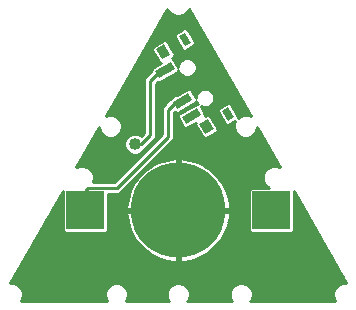
<source format=gbl>
G75*
%MOIN*%
%OFA0B0*%
%FSLAX25Y25*%
%IPPOS*%
%LPD*%
%AMOC8*
5,1,8,0,0,1.08239X$1,22.5*
%
%ADD10C,0.31496*%
%ADD11R,0.12500X0.12500*%
%ADD12R,0.02756X0.05906*%
%ADD13R,0.03937X0.02362*%
%ADD14R,0.03937X0.03150*%
%ADD15C,0.01000*%
%ADD16C,0.04000*%
D10*
X0085161Y0067433D03*
D11*
X0054161Y0067433D03*
X0116161Y0067433D03*
D12*
G36*
X0087756Y0096148D02*
X0086378Y0098534D01*
X0091492Y0101486D01*
X0092870Y0099100D01*
X0087756Y0096148D01*
G37*
G36*
X0084803Y0101262D02*
X0083425Y0103648D01*
X0088539Y0106600D01*
X0089917Y0104214D01*
X0084803Y0101262D01*
G37*
G36*
X0078897Y0111491D02*
X0077519Y0113877D01*
X0082633Y0116829D01*
X0084011Y0114443D01*
X0078897Y0111491D01*
G37*
D13*
G36*
X0087424Y0126640D02*
X0089392Y0123233D01*
X0087348Y0122052D01*
X0085380Y0125459D01*
X0087424Y0126640D01*
G37*
G36*
X0101794Y0101751D02*
X0103762Y0098344D01*
X0101718Y0097163D01*
X0099750Y0100570D01*
X0101794Y0101751D01*
G37*
D14*
G36*
X0094975Y0097814D02*
X0096943Y0094407D01*
X0094217Y0092832D01*
X0092249Y0096239D01*
X0094975Y0097814D01*
G37*
G36*
X0080605Y0122704D02*
X0082573Y0119297D01*
X0079847Y0117722D01*
X0077879Y0121129D01*
X0080605Y0122704D01*
G37*
D15*
X0032883Y0037281D02*
X0032735Y0037133D01*
X0061587Y0037133D01*
X0061440Y0037281D01*
X0060861Y0038677D01*
X0060861Y0040189D01*
X0061440Y0041586D01*
X0062509Y0042655D01*
X0063905Y0043233D01*
X0065417Y0043233D01*
X0066814Y0042655D01*
X0067883Y0041586D01*
X0068461Y0040189D01*
X0068461Y0038677D01*
X0067883Y0037281D01*
X0067735Y0037133D01*
X0082087Y0037133D01*
X0081940Y0037281D01*
X0081361Y0038677D01*
X0081361Y0040189D01*
X0081940Y0041586D01*
X0083009Y0042655D01*
X0084405Y0043233D01*
X0085917Y0043233D01*
X0087314Y0042655D01*
X0088383Y0041586D01*
X0088961Y0040189D01*
X0088961Y0038677D01*
X0088383Y0037281D01*
X0088235Y0037133D01*
X0103087Y0037133D01*
X0102940Y0037281D01*
X0102361Y0038677D01*
X0102361Y0040189D01*
X0102940Y0041586D01*
X0104009Y0042655D01*
X0105405Y0043233D01*
X0106917Y0043233D01*
X0108314Y0042655D01*
X0109383Y0041586D01*
X0109961Y0040189D01*
X0109961Y0038677D01*
X0109383Y0037281D01*
X0109235Y0037133D01*
X0137587Y0037133D01*
X0137440Y0037281D01*
X0136861Y0038677D01*
X0136861Y0040189D01*
X0137440Y0041586D01*
X0138509Y0042655D01*
X0139905Y0043233D01*
X0141223Y0043233D01*
X0123711Y0073739D01*
X0123711Y0060645D01*
X0122950Y0059883D01*
X0109373Y0059883D01*
X0108611Y0060645D01*
X0108611Y0074222D01*
X0109373Y0074983D01*
X0115560Y0074983D01*
X0115009Y0075212D01*
X0113940Y0076281D01*
X0113361Y0077677D01*
X0113361Y0079189D01*
X0113940Y0080586D01*
X0115009Y0081655D01*
X0116405Y0082233D01*
X0117917Y0082233D01*
X0119122Y0081734D01*
X0111461Y0095079D01*
X0111461Y0094677D01*
X0110883Y0093281D01*
X0109814Y0092212D01*
X0108417Y0091633D01*
X0106905Y0091633D01*
X0105509Y0092212D01*
X0104440Y0093281D01*
X0103861Y0094677D01*
X0103861Y0096189D01*
X0104247Y0097121D01*
X0101901Y0095766D01*
X0100861Y0096045D01*
X0098354Y0100387D01*
X0098632Y0101428D01*
X0101611Y0103147D01*
X0102651Y0102868D01*
X0105158Y0098526D01*
X0105077Y0098222D01*
X0105509Y0098655D01*
X0106905Y0099233D01*
X0108417Y0099233D01*
X0109282Y0098875D01*
X0088744Y0134652D01*
X0088383Y0133781D01*
X0087314Y0132712D01*
X0085917Y0132133D01*
X0084405Y0132133D01*
X0083009Y0132712D01*
X0081940Y0133781D01*
X0081606Y0134586D01*
X0061096Y0098898D01*
X0061905Y0099233D01*
X0063417Y0099233D01*
X0064814Y0098655D01*
X0065883Y0097586D01*
X0066461Y0096189D01*
X0066461Y0094677D01*
X0065883Y0093281D01*
X0064814Y0092212D01*
X0063417Y0091633D01*
X0061905Y0091633D01*
X0060509Y0092212D01*
X0059440Y0093281D01*
X0058861Y0094677D01*
X0058861Y0095009D01*
X0051241Y0081751D01*
X0052405Y0082233D01*
X0053917Y0082233D01*
X0055314Y0081655D01*
X0056383Y0080586D01*
X0056961Y0079189D01*
X0056961Y0077677D01*
X0056653Y0076933D01*
X0063833Y0076933D01*
X0079661Y0092761D01*
X0079661Y0101761D01*
X0080833Y0102933D01*
X0080833Y0102933D01*
X0082273Y0104374D01*
X0082308Y0104505D01*
X0082535Y0104636D01*
X0083831Y0105931D01*
X0084779Y0105931D01*
X0088355Y0107996D01*
X0089396Y0107717D01*
X0091042Y0104865D01*
X0091042Y0105430D01*
X0091510Y0106559D01*
X0092374Y0107423D01*
X0093503Y0107890D01*
X0094725Y0107890D01*
X0095854Y0107423D01*
X0096718Y0106559D01*
X0097186Y0105430D01*
X0097186Y0104208D01*
X0096718Y0103079D01*
X0095854Y0102215D01*
X0094725Y0101747D01*
X0093503Y0101747D01*
X0092635Y0102107D01*
X0094265Y0099283D01*
X0094145Y0098837D01*
X0094792Y0099210D01*
X0095832Y0098931D01*
X0098339Y0094589D01*
X0098060Y0093549D01*
X0094400Y0091436D01*
X0093360Y0091714D01*
X0090853Y0096057D01*
X0090972Y0096503D01*
X0087939Y0094752D01*
X0086899Y0095031D01*
X0084982Y0098350D01*
X0085261Y0099390D01*
X0091308Y0102881D01*
X0091853Y0102735D01*
X0091510Y0103079D01*
X0091175Y0103887D01*
X0091033Y0103357D01*
X0084986Y0099866D01*
X0083946Y0100145D01*
X0083857Y0100300D01*
X0083661Y0100105D01*
X0083661Y0091105D01*
X0065490Y0072933D01*
X0061711Y0072933D01*
X0061711Y0060645D01*
X0060950Y0059883D01*
X0047373Y0059883D01*
X0046611Y0060645D01*
X0046611Y0073694D01*
X0029105Y0043233D01*
X0030417Y0043233D01*
X0031814Y0042655D01*
X0032883Y0041586D01*
X0033461Y0040189D01*
X0033461Y0038677D01*
X0032883Y0037281D01*
X0032945Y0037430D02*
X0061378Y0037430D01*
X0060964Y0038429D02*
X0033358Y0038429D01*
X0033461Y0039427D02*
X0060861Y0039427D01*
X0060959Y0040426D02*
X0033363Y0040426D01*
X0032950Y0041424D02*
X0061373Y0041424D01*
X0062277Y0042423D02*
X0032046Y0042423D01*
X0029213Y0043421D02*
X0141115Y0043421D01*
X0140542Y0044420D02*
X0029787Y0044420D01*
X0030361Y0045418D02*
X0139969Y0045418D01*
X0139396Y0046417D02*
X0030934Y0046417D01*
X0031508Y0047415D02*
X0138823Y0047415D01*
X0138249Y0048414D02*
X0032082Y0048414D01*
X0032656Y0049412D02*
X0137676Y0049412D01*
X0137103Y0050411D02*
X0087950Y0050411D01*
X0087415Y0050316D02*
X0088898Y0050578D01*
X0090353Y0050968D01*
X0091768Y0051483D01*
X0093133Y0052119D01*
X0094437Y0052872D01*
X0095671Y0053736D01*
X0096825Y0054704D01*
X0097890Y0055769D01*
X0098858Y0056923D01*
X0099722Y0058157D01*
X0100475Y0059461D01*
X0101112Y0060826D01*
X0101627Y0062242D01*
X0102016Y0063696D01*
X0102278Y0065180D01*
X0102409Y0066680D01*
X0102409Y0066933D01*
X0085661Y0066933D01*
X0085661Y0050185D01*
X0085914Y0050185D01*
X0087415Y0050316D01*
X0085661Y0050411D02*
X0084661Y0050411D01*
X0084661Y0050185D02*
X0084661Y0066933D01*
X0067913Y0066933D01*
X0067913Y0066680D01*
X0068044Y0065180D01*
X0068306Y0063696D01*
X0068696Y0062242D01*
X0069211Y0060826D01*
X0069847Y0059461D01*
X0070601Y0058157D01*
X0071464Y0056923D01*
X0072433Y0055769D01*
X0073498Y0054704D01*
X0074651Y0053736D01*
X0075885Y0052872D01*
X0077189Y0052119D01*
X0078554Y0051483D01*
X0079970Y0050968D01*
X0081425Y0050578D01*
X0082908Y0050316D01*
X0084408Y0050185D01*
X0084661Y0050185D01*
X0084661Y0051409D02*
X0085661Y0051409D01*
X0085661Y0052408D02*
X0084661Y0052408D01*
X0084661Y0053406D02*
X0085661Y0053406D01*
X0085661Y0054405D02*
X0084661Y0054405D01*
X0084661Y0055403D02*
X0085661Y0055403D01*
X0085661Y0056402D02*
X0084661Y0056402D01*
X0084661Y0057400D02*
X0085661Y0057400D01*
X0085661Y0058399D02*
X0084661Y0058399D01*
X0084661Y0059397D02*
X0085661Y0059397D01*
X0085661Y0060396D02*
X0084661Y0060396D01*
X0084661Y0061394D02*
X0085661Y0061394D01*
X0085661Y0062393D02*
X0084661Y0062393D01*
X0084661Y0063391D02*
X0085661Y0063391D01*
X0085661Y0064390D02*
X0084661Y0064390D01*
X0084661Y0065388D02*
X0085661Y0065388D01*
X0085661Y0066387D02*
X0084661Y0066387D01*
X0084661Y0066933D02*
X0085661Y0066933D01*
X0085661Y0067933D01*
X0084661Y0067933D01*
X0084661Y0066933D01*
X0084661Y0067385D02*
X0061711Y0067385D01*
X0061711Y0066387D02*
X0067939Y0066387D01*
X0068026Y0065388D02*
X0061711Y0065388D01*
X0061711Y0064390D02*
X0068184Y0064390D01*
X0068388Y0063391D02*
X0061711Y0063391D01*
X0061711Y0062393D02*
X0068655Y0062393D01*
X0069004Y0061394D02*
X0061711Y0061394D01*
X0061462Y0060396D02*
X0069412Y0060396D01*
X0069884Y0059397D02*
X0038395Y0059397D01*
X0037821Y0058399D02*
X0070461Y0058399D01*
X0071130Y0057400D02*
X0037247Y0057400D01*
X0036673Y0056402D02*
X0071902Y0056402D01*
X0072799Y0055403D02*
X0036099Y0055403D01*
X0035525Y0054405D02*
X0073855Y0054405D01*
X0075123Y0053406D02*
X0034951Y0053406D01*
X0034378Y0052408D02*
X0076690Y0052408D01*
X0078756Y0051409D02*
X0033804Y0051409D01*
X0033230Y0050411D02*
X0082372Y0050411D01*
X0082777Y0042423D02*
X0067046Y0042423D01*
X0067950Y0041424D02*
X0081873Y0041424D01*
X0081459Y0040426D02*
X0068363Y0040426D01*
X0068461Y0039427D02*
X0081361Y0039427D01*
X0081464Y0038429D02*
X0068358Y0038429D01*
X0067945Y0037430D02*
X0081878Y0037430D01*
X0087546Y0042423D02*
X0103777Y0042423D01*
X0102873Y0041424D02*
X0088450Y0041424D01*
X0088863Y0040426D02*
X0102459Y0040426D01*
X0102361Y0039427D02*
X0088961Y0039427D01*
X0088858Y0038429D02*
X0102464Y0038429D01*
X0102878Y0037430D02*
X0088445Y0037430D01*
X0091566Y0051409D02*
X0136530Y0051409D01*
X0135957Y0052408D02*
X0093633Y0052408D01*
X0095200Y0053406D02*
X0135383Y0053406D01*
X0134810Y0054405D02*
X0096468Y0054405D01*
X0097524Y0055403D02*
X0134237Y0055403D01*
X0133664Y0056402D02*
X0098421Y0056402D01*
X0099192Y0057400D02*
X0133091Y0057400D01*
X0132517Y0058399D02*
X0099862Y0058399D01*
X0100438Y0059397D02*
X0131944Y0059397D01*
X0131371Y0060396D02*
X0123462Y0060396D01*
X0123711Y0061394D02*
X0130798Y0061394D01*
X0130225Y0062393D02*
X0123711Y0062393D01*
X0123711Y0063391D02*
X0129652Y0063391D01*
X0129078Y0064390D02*
X0123711Y0064390D01*
X0123711Y0065388D02*
X0128505Y0065388D01*
X0127932Y0066387D02*
X0123711Y0066387D01*
X0123711Y0067385D02*
X0127359Y0067385D01*
X0126786Y0068384D02*
X0123711Y0068384D01*
X0123711Y0069382D02*
X0126212Y0069382D01*
X0125639Y0070381D02*
X0123711Y0070381D01*
X0123711Y0071379D02*
X0125066Y0071379D01*
X0124493Y0072378D02*
X0123711Y0072378D01*
X0123711Y0073377D02*
X0123920Y0073377D01*
X0114847Y0075374D02*
X0100490Y0075374D01*
X0100475Y0075405D02*
X0099722Y0076709D01*
X0098858Y0077943D01*
X0097890Y0079097D01*
X0096825Y0080162D01*
X0095671Y0081130D01*
X0094437Y0081994D01*
X0093133Y0082747D01*
X0091768Y0083383D01*
X0090353Y0083898D01*
X0088898Y0084288D01*
X0087415Y0084550D01*
X0085914Y0084681D01*
X0085661Y0084681D01*
X0085661Y0067933D01*
X0102409Y0067933D01*
X0102409Y0068186D01*
X0102278Y0069687D01*
X0102016Y0071170D01*
X0101627Y0072625D01*
X0101112Y0074040D01*
X0100475Y0075405D01*
X0099917Y0076372D02*
X0113902Y0076372D01*
X0113488Y0077371D02*
X0099259Y0077371D01*
X0098501Y0078369D02*
X0113361Y0078369D01*
X0113435Y0079368D02*
X0097619Y0079368D01*
X0096581Y0080366D02*
X0113849Y0080366D01*
X0114719Y0081365D02*
X0095336Y0081365D01*
X0093798Y0082363D02*
X0118761Y0082363D01*
X0118188Y0083362D02*
X0091815Y0083362D01*
X0088491Y0084360D02*
X0117614Y0084360D01*
X0117041Y0085359D02*
X0077915Y0085359D01*
X0078914Y0086357D02*
X0116468Y0086357D01*
X0115895Y0087356D02*
X0079912Y0087356D01*
X0080911Y0088354D02*
X0115322Y0088354D01*
X0114748Y0089353D02*
X0081909Y0089353D01*
X0082908Y0090351D02*
X0114175Y0090351D01*
X0113602Y0091350D02*
X0083661Y0091350D01*
X0083661Y0092348D02*
X0092994Y0092348D01*
X0092417Y0093347D02*
X0083661Y0093347D01*
X0083661Y0094345D02*
X0091841Y0094345D01*
X0091264Y0095344D02*
X0088964Y0095344D01*
X0090694Y0096342D02*
X0090929Y0096342D01*
X0086718Y0095344D02*
X0083661Y0095344D01*
X0083661Y0096342D02*
X0086142Y0096342D01*
X0085565Y0097341D02*
X0083661Y0097341D01*
X0083661Y0098339D02*
X0084989Y0098339D01*
X0085247Y0099338D02*
X0083661Y0099338D01*
X0085801Y0100336D02*
X0086900Y0100336D01*
X0087530Y0101335D02*
X0088629Y0101335D01*
X0089260Y0102333D02*
X0090359Y0102333D01*
X0090989Y0103332D02*
X0091405Y0103332D01*
X0091042Y0105329D02*
X0090775Y0105329D01*
X0090198Y0106327D02*
X0091414Y0106327D01*
X0092277Y0107326D02*
X0089622Y0107326D01*
X0087195Y0107326D02*
X0077661Y0107326D01*
X0077661Y0108324D02*
X0103858Y0108324D01*
X0104431Y0107326D02*
X0095951Y0107326D01*
X0096814Y0106327D02*
X0105004Y0106327D01*
X0105577Y0105329D02*
X0097186Y0105329D01*
X0097186Y0104330D02*
X0106150Y0104330D01*
X0106724Y0103332D02*
X0096823Y0103332D01*
X0095973Y0102333D02*
X0100201Y0102333D01*
X0098608Y0101335D02*
X0093080Y0101335D01*
X0093657Y0100336D02*
X0098383Y0100336D01*
X0098960Y0099338D02*
X0094233Y0099338D01*
X0096174Y0098339D02*
X0099536Y0098339D01*
X0100113Y0097341D02*
X0096750Y0097341D01*
X0097327Y0096342D02*
X0100689Y0096342D01*
X0097903Y0095344D02*
X0103861Y0095344D01*
X0103925Y0096342D02*
X0102898Y0096342D01*
X0105108Y0098339D02*
X0105193Y0098339D01*
X0104689Y0099338D02*
X0109016Y0099338D01*
X0108443Y0100336D02*
X0104113Y0100336D01*
X0103536Y0101335D02*
X0107870Y0101335D01*
X0107297Y0102333D02*
X0102960Y0102333D01*
X0103284Y0109323D02*
X0077661Y0109323D01*
X0077661Y0109605D02*
X0078348Y0110291D01*
X0079081Y0110095D01*
X0085128Y0113586D01*
X0085270Y0114116D01*
X0085604Y0113307D01*
X0086469Y0112443D01*
X0087597Y0111976D01*
X0088819Y0111976D01*
X0089948Y0112443D01*
X0090812Y0113307D01*
X0091280Y0114436D01*
X0091280Y0115658D01*
X0090812Y0116787D01*
X0089948Y0117651D01*
X0088819Y0118119D01*
X0087597Y0118119D01*
X0086469Y0117651D01*
X0085604Y0116787D01*
X0085137Y0115658D01*
X0085137Y0115094D01*
X0083490Y0117946D01*
X0083044Y0118065D01*
X0083690Y0118439D01*
X0083969Y0119479D01*
X0081462Y0123821D01*
X0080422Y0124100D01*
X0076761Y0121987D01*
X0076483Y0120946D01*
X0078990Y0116604D01*
X0079436Y0116484D01*
X0078874Y0116160D01*
X0078559Y0116160D01*
X0078130Y0115730D01*
X0076403Y0114733D01*
X0076136Y0113736D01*
X0073661Y0111261D01*
X0073661Y0093261D01*
X0072722Y0092322D01*
X0072644Y0092400D01*
X0071357Y0092933D01*
X0069965Y0092933D01*
X0068679Y0092400D01*
X0067694Y0091416D01*
X0067161Y0090129D01*
X0067161Y0088737D01*
X0067694Y0087450D01*
X0068679Y0086466D01*
X0069965Y0085933D01*
X0071357Y0085933D01*
X0072644Y0086466D01*
X0073628Y0087450D01*
X0073714Y0087658D01*
X0077661Y0091605D01*
X0077661Y0109605D01*
X0079473Y0110321D02*
X0102711Y0110321D01*
X0102138Y0111320D02*
X0081203Y0111320D01*
X0082932Y0112318D02*
X0086770Y0112318D01*
X0085601Y0113317D02*
X0084662Y0113317D01*
X0085010Y0115314D02*
X0085137Y0115314D01*
X0085408Y0116312D02*
X0084433Y0116312D01*
X0083857Y0117311D02*
X0086128Y0117311D01*
X0083467Y0118310D02*
X0098126Y0118310D01*
X0097552Y0119308D02*
X0083923Y0119308D01*
X0083491Y0120307D02*
X0096979Y0120307D01*
X0096406Y0121305D02*
X0088655Y0121305D01*
X0087531Y0120656D02*
X0090509Y0122376D01*
X0090788Y0123416D01*
X0088281Y0127758D01*
X0087241Y0128037D01*
X0084262Y0126317D01*
X0083984Y0125277D01*
X0086491Y0120935D01*
X0087531Y0120656D01*
X0086277Y0121305D02*
X0082914Y0121305D01*
X0082338Y0122304D02*
X0085700Y0122304D01*
X0085124Y0123302D02*
X0081762Y0123302D01*
X0079040Y0123302D02*
X0075121Y0123302D01*
X0074548Y0122304D02*
X0077310Y0122304D01*
X0076579Y0121305D02*
X0073974Y0121305D01*
X0073400Y0120307D02*
X0076852Y0120307D01*
X0077428Y0119308D02*
X0072826Y0119308D01*
X0072252Y0118310D02*
X0078005Y0118310D01*
X0078581Y0117311D02*
X0071678Y0117311D01*
X0071104Y0116312D02*
X0079138Y0116312D01*
X0077409Y0115314D02*
X0070531Y0115314D01*
X0069957Y0114315D02*
X0076291Y0114315D01*
X0075717Y0113317D02*
X0069383Y0113317D01*
X0068809Y0112318D02*
X0074718Y0112318D01*
X0073720Y0111320D02*
X0068235Y0111320D01*
X0067661Y0110321D02*
X0073661Y0110321D01*
X0073661Y0109323D02*
X0067087Y0109323D01*
X0066514Y0108324D02*
X0073661Y0108324D01*
X0073661Y0107326D02*
X0065940Y0107326D01*
X0065366Y0106327D02*
X0073661Y0106327D01*
X0073661Y0105329D02*
X0064792Y0105329D01*
X0064218Y0104330D02*
X0073661Y0104330D01*
X0073661Y0103332D02*
X0063644Y0103332D01*
X0063070Y0102333D02*
X0073661Y0102333D01*
X0073661Y0101335D02*
X0062497Y0101335D01*
X0061923Y0100336D02*
X0073661Y0100336D01*
X0073661Y0099338D02*
X0061349Y0099338D01*
X0065129Y0098339D02*
X0073661Y0098339D01*
X0073661Y0097341D02*
X0065984Y0097341D01*
X0066398Y0096342D02*
X0073661Y0096342D01*
X0073661Y0095344D02*
X0066461Y0095344D01*
X0066324Y0094345D02*
X0073661Y0094345D01*
X0073661Y0093347D02*
X0065910Y0093347D01*
X0064950Y0092348D02*
X0068627Y0092348D01*
X0067667Y0091350D02*
X0056758Y0091350D01*
X0057332Y0092348D02*
X0060372Y0092348D01*
X0059412Y0093347D02*
X0057906Y0093347D01*
X0058480Y0094345D02*
X0058999Y0094345D01*
X0056184Y0090351D02*
X0067253Y0090351D01*
X0067161Y0089353D02*
X0055610Y0089353D01*
X0055036Y0088354D02*
X0067320Y0088354D01*
X0067789Y0087356D02*
X0054463Y0087356D01*
X0053889Y0086357D02*
X0068941Y0086357D01*
X0071260Y0084360D02*
X0052741Y0084360D01*
X0052167Y0083362D02*
X0070261Y0083362D01*
X0069263Y0082363D02*
X0051593Y0082363D01*
X0053315Y0085359D02*
X0072258Y0085359D01*
X0072381Y0086357D02*
X0073257Y0086357D01*
X0073534Y0087356D02*
X0074255Y0087356D01*
X0074411Y0088354D02*
X0075254Y0088354D01*
X0075409Y0089353D02*
X0076252Y0089353D01*
X0076408Y0090351D02*
X0077251Y0090351D01*
X0077406Y0091350D02*
X0078249Y0091350D01*
X0077661Y0092348D02*
X0079248Y0092348D01*
X0079661Y0093347D02*
X0077661Y0093347D01*
X0077661Y0094345D02*
X0079661Y0094345D01*
X0079661Y0095344D02*
X0077661Y0095344D01*
X0077661Y0096342D02*
X0079661Y0096342D01*
X0079661Y0097341D02*
X0077661Y0097341D01*
X0077661Y0098339D02*
X0079661Y0098339D01*
X0079661Y0099338D02*
X0077661Y0099338D01*
X0077661Y0100336D02*
X0079661Y0100336D01*
X0079661Y0101335D02*
X0077661Y0101335D01*
X0077661Y0102333D02*
X0080233Y0102333D01*
X0081232Y0103332D02*
X0077661Y0103332D01*
X0077661Y0104330D02*
X0082230Y0104330D01*
X0083229Y0105329D02*
X0077661Y0105329D01*
X0077661Y0106327D02*
X0085466Y0106327D01*
X0084659Y0103931D02*
X0081661Y0100933D01*
X0081661Y0091933D01*
X0064661Y0074933D01*
X0055161Y0074933D01*
X0054161Y0073933D01*
X0054161Y0067433D01*
X0046611Y0067385D02*
X0042985Y0067385D01*
X0042412Y0066387D02*
X0046611Y0066387D01*
X0046611Y0065388D02*
X0041838Y0065388D01*
X0041264Y0064390D02*
X0046611Y0064390D01*
X0046611Y0063391D02*
X0040690Y0063391D01*
X0040116Y0062393D02*
X0046611Y0062393D01*
X0046611Y0061394D02*
X0039542Y0061394D01*
X0038968Y0060396D02*
X0046860Y0060396D01*
X0046611Y0068384D02*
X0043559Y0068384D01*
X0044133Y0069382D02*
X0046611Y0069382D01*
X0046611Y0070381D02*
X0044707Y0070381D01*
X0045281Y0071379D02*
X0046611Y0071379D01*
X0046611Y0072378D02*
X0045855Y0072378D01*
X0046429Y0073377D02*
X0046611Y0073377D01*
X0056834Y0077371D02*
X0064270Y0077371D01*
X0065269Y0078369D02*
X0056961Y0078369D01*
X0056887Y0079368D02*
X0066267Y0079368D01*
X0067266Y0080366D02*
X0056474Y0080366D01*
X0055604Y0081365D02*
X0068264Y0081365D01*
X0070926Y0078369D02*
X0071822Y0078369D01*
X0071464Y0077943D02*
X0070601Y0076709D01*
X0069847Y0075405D01*
X0069211Y0074040D01*
X0068696Y0072625D01*
X0068306Y0071170D01*
X0068044Y0069687D01*
X0067913Y0068186D01*
X0067913Y0067933D01*
X0084661Y0067933D01*
X0084661Y0084681D01*
X0084408Y0084681D01*
X0082908Y0084550D01*
X0081425Y0084288D01*
X0079970Y0083898D01*
X0078554Y0083383D01*
X0077189Y0082747D01*
X0075885Y0081994D01*
X0074651Y0081130D01*
X0073498Y0080162D01*
X0072433Y0079097D01*
X0071464Y0077943D01*
X0071064Y0077371D02*
X0069927Y0077371D01*
X0070406Y0076372D02*
X0068929Y0076372D01*
X0069833Y0075374D02*
X0067930Y0075374D01*
X0066932Y0074375D02*
X0069367Y0074375D01*
X0068970Y0073377D02*
X0065933Y0073377D01*
X0068630Y0072378D02*
X0061711Y0072378D01*
X0061711Y0071379D02*
X0068362Y0071379D01*
X0068167Y0070381D02*
X0061711Y0070381D01*
X0061711Y0069382D02*
X0068018Y0069382D01*
X0067931Y0068384D02*
X0061711Y0068384D01*
X0071924Y0079368D02*
X0072703Y0079368D01*
X0072923Y0080366D02*
X0073741Y0080366D01*
X0073921Y0081365D02*
X0074987Y0081365D01*
X0074920Y0082363D02*
X0076525Y0082363D01*
X0075918Y0083362D02*
X0078508Y0083362D01*
X0076917Y0084360D02*
X0081832Y0084360D01*
X0084661Y0084360D02*
X0085661Y0084360D01*
X0085661Y0083362D02*
X0084661Y0083362D01*
X0084661Y0082363D02*
X0085661Y0082363D01*
X0085661Y0081365D02*
X0084661Y0081365D01*
X0084661Y0080366D02*
X0085661Y0080366D01*
X0085661Y0079368D02*
X0084661Y0079368D01*
X0084661Y0078369D02*
X0085661Y0078369D01*
X0085661Y0077371D02*
X0084661Y0077371D01*
X0084661Y0076372D02*
X0085661Y0076372D01*
X0085661Y0075374D02*
X0084661Y0075374D01*
X0084661Y0074375D02*
X0085661Y0074375D01*
X0085661Y0073377D02*
X0084661Y0073377D01*
X0084661Y0072378D02*
X0085661Y0072378D01*
X0085661Y0071379D02*
X0084661Y0071379D01*
X0084661Y0070381D02*
X0085661Y0070381D01*
X0085661Y0069382D02*
X0084661Y0069382D01*
X0084661Y0068384D02*
X0085661Y0068384D01*
X0085661Y0067385D02*
X0108611Y0067385D01*
X0108611Y0066387D02*
X0102384Y0066387D01*
X0102296Y0065388D02*
X0108611Y0065388D01*
X0108611Y0064390D02*
X0102139Y0064390D01*
X0101935Y0063391D02*
X0108611Y0063391D01*
X0108611Y0062393D02*
X0101667Y0062393D01*
X0101318Y0061394D02*
X0108611Y0061394D01*
X0108860Y0060396D02*
X0100911Y0060396D01*
X0102392Y0068384D02*
X0108611Y0068384D01*
X0108611Y0069382D02*
X0102305Y0069382D01*
X0102156Y0070381D02*
X0108611Y0070381D01*
X0108611Y0071379D02*
X0101960Y0071379D01*
X0101693Y0072378D02*
X0108611Y0072378D01*
X0108611Y0073377D02*
X0101353Y0073377D01*
X0100955Y0074375D02*
X0108765Y0074375D01*
X0109950Y0092348D02*
X0113029Y0092348D01*
X0112456Y0093347D02*
X0110910Y0093347D01*
X0111324Y0094345D02*
X0111882Y0094345D01*
X0105372Y0092348D02*
X0095981Y0092348D01*
X0097710Y0093347D02*
X0104412Y0093347D01*
X0103999Y0094345D02*
X0098274Y0094345D01*
X0086671Y0103931D02*
X0084659Y0103931D01*
X0075661Y0110433D02*
X0079388Y0114160D01*
X0080765Y0114160D01*
X0075661Y0110433D02*
X0075661Y0092433D01*
X0072661Y0089433D01*
X0070661Y0089433D01*
X0072696Y0092348D02*
X0072748Y0092348D01*
X0089647Y0112318D02*
X0101565Y0112318D01*
X0100992Y0113317D02*
X0090816Y0113317D01*
X0091230Y0114315D02*
X0100418Y0114315D01*
X0099845Y0115314D02*
X0091280Y0115314D01*
X0091009Y0116312D02*
X0099272Y0116312D01*
X0098699Y0117311D02*
X0090289Y0117311D01*
X0090384Y0122304D02*
X0095833Y0122304D01*
X0095260Y0123302D02*
X0090757Y0123302D01*
X0090277Y0124301D02*
X0094686Y0124301D01*
X0094113Y0125299D02*
X0089701Y0125299D01*
X0089124Y0126298D02*
X0093540Y0126298D01*
X0092967Y0127296D02*
X0088548Y0127296D01*
X0085958Y0127296D02*
X0077417Y0127296D01*
X0077991Y0128295D02*
X0092394Y0128295D01*
X0091820Y0129293D02*
X0078565Y0129293D01*
X0079138Y0130292D02*
X0091247Y0130292D01*
X0090674Y0131290D02*
X0079712Y0131290D01*
X0080286Y0132289D02*
X0084030Y0132289D01*
X0082433Y0133287D02*
X0080860Y0133287D01*
X0081434Y0134286D02*
X0081731Y0134286D01*
X0086293Y0132289D02*
X0090101Y0132289D01*
X0089528Y0133287D02*
X0087889Y0133287D01*
X0088592Y0134286D02*
X0088954Y0134286D01*
X0084257Y0126298D02*
X0076843Y0126298D01*
X0076269Y0125299D02*
X0083990Y0125299D01*
X0084547Y0124301D02*
X0075695Y0124301D01*
X0108546Y0042423D02*
X0138277Y0042423D01*
X0137373Y0041424D02*
X0109450Y0041424D01*
X0109863Y0040426D02*
X0136959Y0040426D01*
X0136861Y0039427D02*
X0109961Y0039427D01*
X0109858Y0038429D02*
X0136964Y0038429D01*
X0137378Y0037430D02*
X0109445Y0037430D01*
D16*
X0097161Y0039933D03*
X0074161Y0039933D03*
X0111161Y0085433D03*
X0070661Y0089433D03*
X0059161Y0086933D03*
M02*

</source>
